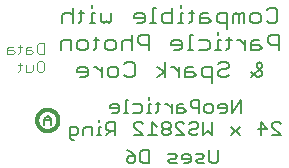
<source format=gbr>
G04 EAGLE Gerber RS-274X export*
G75*
%MOMM*%
%FSLAX34Y34*%
%LPD*%
%INSilkscreen Bottom*%
%IPPOS*%
%AMOC8*
5,1,8,0,0,1.08239X$1,22.5*%
G01*
%ADD10C,0.101600*%
%ADD11C,0.152400*%
%ADD12C,0.177800*%
%ADD13C,0.304800*%
%ADD14C,0.203200*%


D10*
X-107188Y281440D02*
X-107188Y272288D01*
X-111764Y272288D01*
X-113289Y273813D01*
X-113289Y279915D01*
X-111764Y281440D01*
X-107188Y281440D01*
X-118068Y278389D02*
X-121119Y278389D01*
X-122644Y276864D01*
X-122644Y272288D01*
X-118068Y272288D01*
X-116543Y273813D01*
X-118068Y275339D01*
X-122644Y275339D01*
X-127424Y273813D02*
X-127424Y279915D01*
X-127424Y273813D02*
X-128949Y272288D01*
X-128949Y278389D02*
X-125898Y278389D01*
X-133660Y278389D02*
X-136711Y278389D01*
X-138236Y276864D01*
X-138236Y272288D01*
X-133660Y272288D01*
X-132135Y273813D01*
X-133660Y275339D01*
X-138236Y275339D01*
X-111764Y266200D02*
X-108713Y266200D01*
X-107188Y264675D01*
X-107188Y258573D01*
X-108713Y257048D01*
X-111764Y257048D01*
X-113289Y258573D01*
X-113289Y264675D01*
X-111764Y266200D01*
X-116543Y263149D02*
X-116543Y258573D01*
X-118068Y257048D01*
X-122644Y257048D01*
X-122644Y263149D01*
X-127424Y264675D02*
X-127424Y258573D01*
X-128949Y257048D01*
X-128949Y263149D02*
X-125898Y263149D01*
D11*
X59273Y233563D02*
X59273Y222377D01*
X51816Y222377D02*
X59273Y233563D01*
X51816Y233563D02*
X51816Y222377D01*
X45715Y222377D02*
X41987Y222377D01*
X45715Y222377D02*
X47580Y224241D01*
X47580Y227970D01*
X45715Y229834D01*
X41987Y229834D01*
X40122Y227970D01*
X40122Y226106D01*
X47580Y226106D01*
X34021Y222377D02*
X30293Y222377D01*
X28429Y224241D01*
X28429Y227970D01*
X30293Y229834D01*
X34021Y229834D01*
X35886Y227970D01*
X35886Y224241D01*
X34021Y222377D01*
X24192Y222377D02*
X24192Y233563D01*
X18599Y233563D01*
X16735Y231698D01*
X16735Y227970D01*
X18599Y226106D01*
X24192Y226106D01*
X10633Y229834D02*
X6905Y229834D01*
X5041Y227970D01*
X5041Y222377D01*
X10633Y222377D01*
X12498Y224241D01*
X10633Y226106D01*
X5041Y226106D01*
X804Y229834D02*
X804Y222377D01*
X804Y226106D02*
X-2925Y229834D01*
X-4789Y229834D01*
X-10806Y231698D02*
X-10806Y224241D01*
X-12670Y222377D01*
X-12670Y229834D02*
X-8941Y229834D01*
X-16737Y229834D02*
X-18602Y229834D01*
X-18602Y222377D01*
X-20466Y222377D02*
X-16737Y222377D01*
X-18602Y233563D02*
X-18602Y235427D01*
X-26398Y229834D02*
X-31990Y229834D01*
X-26398Y229834D02*
X-24533Y227970D01*
X-24533Y224241D01*
X-26398Y222377D01*
X-31990Y222377D01*
X-36227Y233563D02*
X-38092Y233563D01*
X-38092Y222377D01*
X-39956Y222377D02*
X-36227Y222377D01*
X-45887Y222377D02*
X-49616Y222377D01*
X-45887Y222377D02*
X-44023Y224241D01*
X-44023Y227970D01*
X-45887Y229834D01*
X-49616Y229834D01*
X-51480Y227970D01*
X-51480Y226106D01*
X-44023Y226106D01*
X85924Y203327D02*
X93381Y203327D01*
X85924Y210784D01*
X85924Y212648D01*
X87788Y214513D01*
X91517Y214513D01*
X93381Y212648D01*
X76094Y214513D02*
X76094Y203327D01*
X81687Y208920D02*
X76094Y214513D01*
X74230Y208920D02*
X81687Y208920D01*
X58299Y210784D02*
X50842Y203327D01*
X58299Y203327D02*
X50842Y210784D01*
X34911Y214513D02*
X34911Y203327D01*
X31183Y207056D01*
X27454Y203327D01*
X27454Y214513D01*
X17624Y214513D02*
X15760Y212648D01*
X17624Y214513D02*
X21353Y214513D01*
X23217Y212648D01*
X23217Y210784D01*
X21353Y208920D01*
X17624Y208920D01*
X15760Y207056D01*
X15760Y205191D01*
X17624Y203327D01*
X21353Y203327D01*
X23217Y205191D01*
X11523Y203327D02*
X4066Y203327D01*
X11523Y203327D02*
X4066Y210784D01*
X4066Y212648D01*
X5930Y214513D01*
X9659Y214513D01*
X11523Y212648D01*
X-171Y212648D02*
X-2035Y214513D01*
X-5764Y214513D01*
X-7628Y212648D01*
X-7628Y210784D01*
X-5764Y208920D01*
X-7628Y207056D01*
X-7628Y205191D01*
X-5764Y203327D01*
X-2035Y203327D01*
X-171Y205191D01*
X-171Y207056D01*
X-2035Y208920D01*
X-171Y210784D01*
X-171Y212648D01*
X-2035Y208920D02*
X-5764Y208920D01*
X-11865Y210784D02*
X-15593Y214513D01*
X-15593Y203327D01*
X-11865Y203327D02*
X-19322Y203327D01*
X-23559Y203327D02*
X-31016Y203327D01*
X-23559Y203327D02*
X-31016Y210784D01*
X-31016Y212648D01*
X-29152Y214513D01*
X-25423Y214513D01*
X-23559Y212648D01*
X-46947Y214513D02*
X-46947Y203327D01*
X-46947Y214513D02*
X-52539Y214513D01*
X-54404Y212648D01*
X-54404Y208920D01*
X-52539Y207056D01*
X-46947Y207056D01*
X-50675Y207056D02*
X-54404Y203327D01*
X-58641Y210784D02*
X-60505Y210784D01*
X-60505Y203327D01*
X-58641Y203327D02*
X-62369Y203327D01*
X-60505Y214513D02*
X-60505Y216377D01*
X-66437Y210784D02*
X-66437Y203327D01*
X-66437Y210784D02*
X-72029Y210784D01*
X-73894Y208920D01*
X-73894Y203327D01*
X-81859Y199599D02*
X-83723Y199599D01*
X-85588Y201463D01*
X-85588Y210784D01*
X-79995Y210784D01*
X-78131Y208920D01*
X-78131Y205191D01*
X-79995Y203327D01*
X-85588Y203327D01*
D12*
X81141Y309297D02*
X83386Y311543D01*
X87877Y311543D01*
X90123Y309297D01*
X90123Y300315D01*
X87877Y298069D01*
X83386Y298069D01*
X81141Y300315D01*
X73845Y298069D02*
X69353Y298069D01*
X67108Y300315D01*
X67108Y304806D01*
X69353Y307051D01*
X73845Y307051D01*
X76090Y304806D01*
X76090Y300315D01*
X73845Y298069D01*
X62057Y298069D02*
X62057Y307051D01*
X59812Y307051D01*
X57566Y304806D01*
X57566Y298069D01*
X57566Y304806D02*
X55321Y307051D01*
X53075Y304806D01*
X53075Y298069D01*
X48025Y293578D02*
X48025Y307051D01*
X41288Y307051D01*
X39042Y304806D01*
X39042Y300315D01*
X41288Y298069D01*
X48025Y298069D01*
X31746Y307051D02*
X27255Y307051D01*
X25010Y304806D01*
X25010Y298069D01*
X31746Y298069D01*
X33992Y300315D01*
X31746Y302560D01*
X25010Y302560D01*
X17714Y300315D02*
X17714Y309297D01*
X17714Y300315D02*
X15468Y298069D01*
X15468Y307051D02*
X19959Y307051D01*
X10604Y307051D02*
X8358Y307051D01*
X8358Y298069D01*
X6113Y298069D02*
X10604Y298069D01*
X8358Y311543D02*
X8358Y313788D01*
X1249Y311543D02*
X1249Y298069D01*
X-5488Y298069D01*
X-7734Y300315D01*
X-7734Y304806D01*
X-5488Y307051D01*
X1249Y307051D01*
X-12784Y311543D02*
X-15030Y311543D01*
X-15030Y298069D01*
X-17275Y298069D02*
X-12784Y298069D01*
X-24385Y298069D02*
X-28876Y298069D01*
X-24385Y298069D02*
X-22139Y300315D01*
X-22139Y304806D01*
X-24385Y307051D01*
X-28876Y307051D01*
X-31122Y304806D01*
X-31122Y302560D01*
X-22139Y302560D01*
X-50205Y300315D02*
X-50205Y307051D01*
X-50205Y300315D02*
X-52450Y298069D01*
X-54696Y300315D01*
X-56942Y298069D01*
X-59187Y300315D01*
X-59187Y307051D01*
X-64238Y307051D02*
X-66483Y307051D01*
X-66483Y298069D01*
X-64238Y298069D02*
X-68729Y298069D01*
X-66483Y311543D02*
X-66483Y313788D01*
X-75838Y309297D02*
X-75838Y300315D01*
X-78084Y298069D01*
X-78084Y307051D02*
X-73593Y307051D01*
X-82948Y311543D02*
X-82948Y298069D01*
X-82948Y304806D02*
X-85194Y307051D01*
X-89685Y307051D01*
X-91930Y304806D01*
X-91930Y298069D01*
X91292Y288683D02*
X91292Y275209D01*
X91292Y288683D02*
X84556Y288683D01*
X82310Y286437D01*
X82310Y281946D01*
X84556Y279700D01*
X91292Y279700D01*
X75014Y284191D02*
X70523Y284191D01*
X68277Y281946D01*
X68277Y275209D01*
X75014Y275209D01*
X77260Y277455D01*
X75014Y279700D01*
X68277Y279700D01*
X63227Y275209D02*
X63227Y284191D01*
X63227Y279700D02*
X58736Y284191D01*
X56490Y284191D01*
X49287Y286437D02*
X49287Y277455D01*
X47042Y275209D01*
X47042Y284191D02*
X51533Y284191D01*
X42178Y284191D02*
X39932Y284191D01*
X39932Y275209D01*
X42178Y275209D02*
X37686Y275209D01*
X39932Y288683D02*
X39932Y290928D01*
X30577Y284191D02*
X23840Y284191D01*
X30577Y284191D02*
X32822Y281946D01*
X32822Y277455D01*
X30577Y275209D01*
X23840Y275209D01*
X18790Y288683D02*
X16544Y288683D01*
X16544Y275209D01*
X14299Y275209D02*
X18790Y275209D01*
X7189Y275209D02*
X2698Y275209D01*
X7189Y275209D02*
X9434Y277455D01*
X9434Y281946D01*
X7189Y284191D01*
X2698Y284191D01*
X452Y281946D01*
X452Y279700D01*
X9434Y279700D01*
X-18631Y275209D02*
X-18631Y288683D01*
X-25368Y288683D01*
X-27613Y286437D01*
X-27613Y281946D01*
X-25368Y279700D01*
X-18631Y279700D01*
X-32664Y275209D02*
X-32664Y288683D01*
X-34909Y284191D02*
X-32664Y281946D01*
X-34909Y284191D02*
X-39401Y284191D01*
X-41646Y281946D01*
X-41646Y275209D01*
X-48942Y275209D02*
X-53433Y275209D01*
X-55679Y277455D01*
X-55679Y281946D01*
X-53433Y284191D01*
X-48942Y284191D01*
X-46697Y281946D01*
X-46697Y277455D01*
X-48942Y275209D01*
X-62975Y277455D02*
X-62975Y286437D01*
X-62975Y277455D02*
X-65221Y275209D01*
X-65221Y284191D02*
X-60729Y284191D01*
X-72330Y275209D02*
X-76821Y275209D01*
X-79067Y277455D01*
X-79067Y281946D01*
X-76821Y284191D01*
X-72330Y284191D01*
X-70085Y281946D01*
X-70085Y277455D01*
X-72330Y275209D01*
X-84117Y275209D02*
X-84117Y284191D01*
X-90854Y284191D01*
X-93100Y281946D01*
X-93100Y275209D01*
X68277Y256840D02*
X72768Y252349D01*
X75014Y252349D01*
X77260Y254595D01*
X77260Y256840D01*
X72768Y261331D01*
X72768Y263577D01*
X75014Y265823D01*
X77260Y263577D01*
X77260Y261331D01*
X68277Y252349D01*
X42457Y265823D02*
X40212Y263577D01*
X42457Y265823D02*
X46948Y265823D01*
X49194Y263577D01*
X49194Y261331D01*
X46948Y259086D01*
X42457Y259086D01*
X40212Y256840D01*
X40212Y254595D01*
X42457Y252349D01*
X46948Y252349D01*
X49194Y254595D01*
X35161Y261331D02*
X35161Y247858D01*
X35161Y261331D02*
X28424Y261331D01*
X26179Y259086D01*
X26179Y254595D01*
X28424Y252349D01*
X35161Y252349D01*
X18883Y261331D02*
X14392Y261331D01*
X12146Y259086D01*
X12146Y252349D01*
X18883Y252349D01*
X21128Y254595D01*
X18883Y256840D01*
X12146Y256840D01*
X7096Y252349D02*
X7096Y261331D01*
X7096Y256840D02*
X2605Y261331D01*
X359Y261331D01*
X-4598Y265823D02*
X-4598Y252349D01*
X-4598Y256840D02*
X-11335Y252349D01*
X-4598Y256840D02*
X-11335Y261331D01*
X-37062Y265823D02*
X-39307Y263577D01*
X-37062Y265823D02*
X-32571Y265823D01*
X-30325Y263577D01*
X-30325Y254595D01*
X-32571Y252349D01*
X-37062Y252349D01*
X-39307Y254595D01*
X-46603Y252349D02*
X-51095Y252349D01*
X-53340Y254595D01*
X-53340Y259086D01*
X-51095Y261331D01*
X-46603Y261331D01*
X-44358Y259086D01*
X-44358Y254595D01*
X-46603Y252349D01*
X-58391Y252349D02*
X-58391Y261331D01*
X-58391Y256840D02*
X-62882Y261331D01*
X-65127Y261331D01*
X-72330Y252349D02*
X-76821Y252349D01*
X-72330Y252349D02*
X-70085Y254595D01*
X-70085Y259086D01*
X-72330Y261331D01*
X-76821Y261331D01*
X-79067Y259086D01*
X-79067Y256840D01*
X-70085Y256840D01*
D11*
X40167Y191018D02*
X40167Y181696D01*
X38303Y179832D01*
X34574Y179832D01*
X32710Y181696D01*
X32710Y191018D01*
X28473Y179832D02*
X22880Y179832D01*
X21016Y181696D01*
X22880Y183561D01*
X26609Y183561D01*
X28473Y185425D01*
X26609Y187289D01*
X21016Y187289D01*
X14915Y179832D02*
X11186Y179832D01*
X14915Y179832D02*
X16779Y181696D01*
X16779Y185425D01*
X14915Y187289D01*
X11186Y187289D01*
X9322Y185425D01*
X9322Y183561D01*
X16779Y183561D01*
X5085Y179832D02*
X-508Y179832D01*
X-2372Y181696D01*
X-508Y183561D01*
X3221Y183561D01*
X5085Y185425D01*
X3221Y187289D01*
X-2372Y187289D01*
X-18303Y191018D02*
X-18303Y179832D01*
X-23896Y179832D01*
X-25760Y181696D01*
X-25760Y189153D01*
X-23896Y191018D01*
X-18303Y191018D01*
X-33725Y189153D02*
X-37454Y191018D01*
X-33725Y189153D02*
X-29997Y185425D01*
X-29997Y181696D01*
X-31861Y179832D01*
X-35590Y179832D01*
X-37454Y181696D01*
X-37454Y183561D01*
X-35590Y185425D01*
X-29997Y185425D01*
D13*
X-113120Y215900D02*
X-113117Y216120D01*
X-113109Y216341D01*
X-113096Y216561D01*
X-113077Y216780D01*
X-113052Y216999D01*
X-113023Y217218D01*
X-112988Y217435D01*
X-112947Y217652D01*
X-112902Y217868D01*
X-112851Y218082D01*
X-112795Y218295D01*
X-112733Y218507D01*
X-112667Y218717D01*
X-112595Y218925D01*
X-112518Y219132D01*
X-112436Y219336D01*
X-112350Y219539D01*
X-112258Y219739D01*
X-112161Y219938D01*
X-112060Y220133D01*
X-111953Y220326D01*
X-111842Y220517D01*
X-111727Y220704D01*
X-111607Y220889D01*
X-111482Y221071D01*
X-111353Y221249D01*
X-111219Y221425D01*
X-111082Y221597D01*
X-110940Y221765D01*
X-110794Y221931D01*
X-110644Y222092D01*
X-110490Y222250D01*
X-110332Y222404D01*
X-110171Y222554D01*
X-110005Y222700D01*
X-109837Y222842D01*
X-109665Y222979D01*
X-109489Y223113D01*
X-109311Y223242D01*
X-109129Y223367D01*
X-108944Y223487D01*
X-108757Y223602D01*
X-108566Y223713D01*
X-108373Y223820D01*
X-108178Y223921D01*
X-107979Y224018D01*
X-107779Y224110D01*
X-107576Y224196D01*
X-107372Y224278D01*
X-107165Y224355D01*
X-106957Y224427D01*
X-106747Y224493D01*
X-106535Y224555D01*
X-106322Y224611D01*
X-106108Y224662D01*
X-105892Y224707D01*
X-105675Y224748D01*
X-105458Y224783D01*
X-105239Y224812D01*
X-105020Y224837D01*
X-104801Y224856D01*
X-104581Y224869D01*
X-104360Y224877D01*
X-104140Y224880D01*
X-103920Y224877D01*
X-103699Y224869D01*
X-103479Y224856D01*
X-103260Y224837D01*
X-103041Y224812D01*
X-102822Y224783D01*
X-102605Y224748D01*
X-102388Y224707D01*
X-102172Y224662D01*
X-101958Y224611D01*
X-101745Y224555D01*
X-101533Y224493D01*
X-101323Y224427D01*
X-101115Y224355D01*
X-100908Y224278D01*
X-100704Y224196D01*
X-100501Y224110D01*
X-100301Y224018D01*
X-100102Y223921D01*
X-99907Y223820D01*
X-99714Y223713D01*
X-99523Y223602D01*
X-99336Y223487D01*
X-99151Y223367D01*
X-98969Y223242D01*
X-98791Y223113D01*
X-98615Y222979D01*
X-98443Y222842D01*
X-98275Y222700D01*
X-98109Y222554D01*
X-97948Y222404D01*
X-97790Y222250D01*
X-97636Y222092D01*
X-97486Y221931D01*
X-97340Y221765D01*
X-97198Y221597D01*
X-97061Y221425D01*
X-96927Y221249D01*
X-96798Y221071D01*
X-96673Y220889D01*
X-96553Y220704D01*
X-96438Y220517D01*
X-96327Y220326D01*
X-96220Y220133D01*
X-96119Y219938D01*
X-96022Y219739D01*
X-95930Y219539D01*
X-95844Y219336D01*
X-95762Y219132D01*
X-95685Y218925D01*
X-95613Y218717D01*
X-95547Y218507D01*
X-95485Y218295D01*
X-95429Y218082D01*
X-95378Y217868D01*
X-95333Y217652D01*
X-95292Y217435D01*
X-95257Y217218D01*
X-95228Y216999D01*
X-95203Y216780D01*
X-95184Y216561D01*
X-95171Y216341D01*
X-95163Y216120D01*
X-95160Y215900D01*
X-95163Y215680D01*
X-95171Y215459D01*
X-95184Y215239D01*
X-95203Y215020D01*
X-95228Y214801D01*
X-95257Y214582D01*
X-95292Y214365D01*
X-95333Y214148D01*
X-95378Y213932D01*
X-95429Y213718D01*
X-95485Y213505D01*
X-95547Y213293D01*
X-95613Y213083D01*
X-95685Y212875D01*
X-95762Y212668D01*
X-95844Y212464D01*
X-95930Y212261D01*
X-96022Y212061D01*
X-96119Y211862D01*
X-96220Y211667D01*
X-96327Y211474D01*
X-96438Y211283D01*
X-96553Y211096D01*
X-96673Y210911D01*
X-96798Y210729D01*
X-96927Y210551D01*
X-97061Y210375D01*
X-97198Y210203D01*
X-97340Y210035D01*
X-97486Y209869D01*
X-97636Y209708D01*
X-97790Y209550D01*
X-97948Y209396D01*
X-98109Y209246D01*
X-98275Y209100D01*
X-98443Y208958D01*
X-98615Y208821D01*
X-98791Y208687D01*
X-98969Y208558D01*
X-99151Y208433D01*
X-99336Y208313D01*
X-99523Y208198D01*
X-99714Y208087D01*
X-99907Y207980D01*
X-100102Y207879D01*
X-100301Y207782D01*
X-100501Y207690D01*
X-100704Y207604D01*
X-100908Y207522D01*
X-101115Y207445D01*
X-101323Y207373D01*
X-101533Y207307D01*
X-101745Y207245D01*
X-101958Y207189D01*
X-102172Y207138D01*
X-102388Y207093D01*
X-102605Y207052D01*
X-102822Y207017D01*
X-103041Y206988D01*
X-103260Y206963D01*
X-103479Y206944D01*
X-103699Y206931D01*
X-103920Y206923D01*
X-104140Y206920D01*
X-104360Y206923D01*
X-104581Y206931D01*
X-104801Y206944D01*
X-105020Y206963D01*
X-105239Y206988D01*
X-105458Y207017D01*
X-105675Y207052D01*
X-105892Y207093D01*
X-106108Y207138D01*
X-106322Y207189D01*
X-106535Y207245D01*
X-106747Y207307D01*
X-106957Y207373D01*
X-107165Y207445D01*
X-107372Y207522D01*
X-107576Y207604D01*
X-107779Y207690D01*
X-107979Y207782D01*
X-108178Y207879D01*
X-108373Y207980D01*
X-108566Y208087D01*
X-108757Y208198D01*
X-108944Y208313D01*
X-109129Y208433D01*
X-109311Y208558D01*
X-109489Y208687D01*
X-109665Y208821D01*
X-109837Y208958D01*
X-110005Y209100D01*
X-110171Y209246D01*
X-110332Y209396D01*
X-110490Y209550D01*
X-110644Y209708D01*
X-110794Y209869D01*
X-110940Y210035D01*
X-111082Y210203D01*
X-111219Y210375D01*
X-111353Y210551D01*
X-111482Y210729D01*
X-111607Y210911D01*
X-111727Y211096D01*
X-111842Y211283D01*
X-111953Y211474D01*
X-112060Y211667D01*
X-112161Y211862D01*
X-112258Y212061D01*
X-112350Y212261D01*
X-112436Y212464D01*
X-112518Y212668D01*
X-112595Y212875D01*
X-112667Y213083D01*
X-112733Y213293D01*
X-112795Y213505D01*
X-112851Y213718D01*
X-112902Y213932D01*
X-112947Y214148D01*
X-112988Y214365D01*
X-113023Y214582D01*
X-113052Y214801D01*
X-113077Y215020D01*
X-113096Y215239D01*
X-113109Y215459D01*
X-113117Y215680D01*
X-113120Y215900D01*
D14*
X-101600Y217259D02*
X-101600Y211836D01*
X-101600Y217259D02*
X-104312Y219971D01*
X-107023Y217259D01*
X-107023Y211836D01*
X-107023Y215903D02*
X-101600Y215903D01*
M02*

</source>
